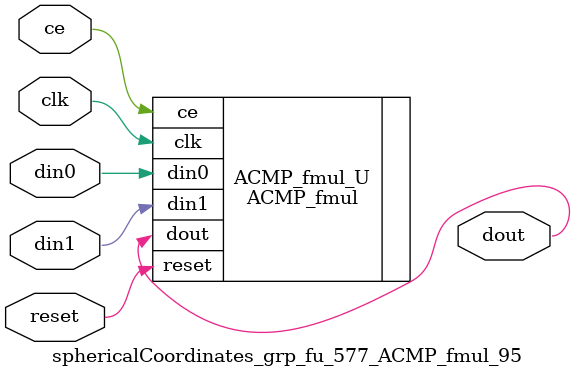
<source format=v>

`timescale 1 ns / 1 ps
module sphericalCoordinates_grp_fu_577_ACMP_fmul_95(
    clk,
    reset,
    ce,
    din0,
    din1,
    dout);

parameter ID = 32'd1;
parameter NUM_STAGE = 32'd1;
parameter din0_WIDTH = 32'd1;
parameter din1_WIDTH = 32'd1;
parameter dout_WIDTH = 32'd1;
input clk;
input reset;
input ce;
input[din0_WIDTH - 1:0] din0;
input[din1_WIDTH - 1:0] din1;
output[dout_WIDTH - 1:0] dout;



ACMP_fmul #(
.ID( ID ),
.NUM_STAGE( 4 ),
.din0_WIDTH( din0_WIDTH ),
.din1_WIDTH( din1_WIDTH ),
.dout_WIDTH( dout_WIDTH ))
ACMP_fmul_U(
    .clk( clk ),
    .reset( reset ),
    .ce( ce ),
    .din0( din0 ),
    .din1( din1 ),
    .dout( dout ));

endmodule

</source>
